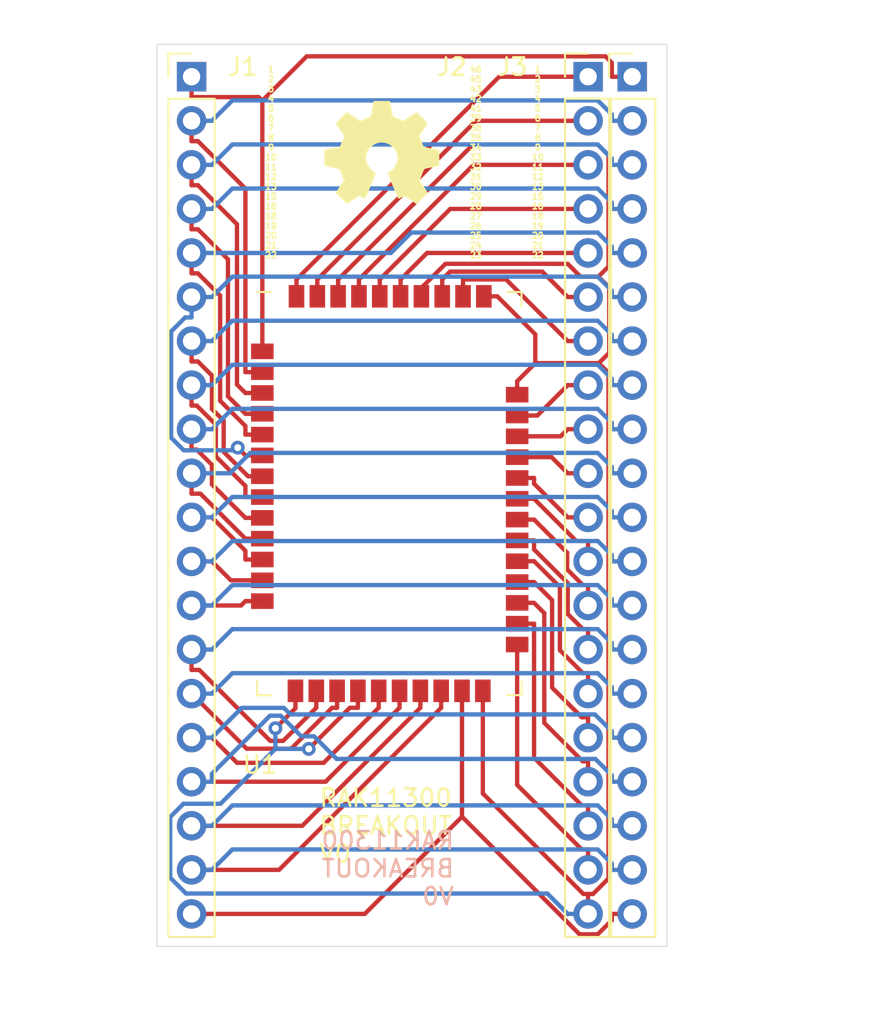
<source format=kicad_pcb>
(kicad_pcb (version 20171130) (host pcbnew 5.1.5+dfsg1-2build2)

  (general
    (thickness 1.6)
    (drawings 9)
    (tracks 360)
    (zones 0)
    (modules 5)
    (nets 41)
  )

  (page A4)
  (layers
    (0 F.Cu signal)
    (31 B.Cu signal)
    (32 B.Adhes user)
    (33 F.Adhes user)
    (34 B.Paste user)
    (35 F.Paste user)
    (36 B.SilkS user)
    (37 F.SilkS user)
    (38 B.Mask user)
    (39 F.Mask user)
    (40 Dwgs.User user)
    (41 Cmts.User user)
    (42 Eco1.User user)
    (43 Eco2.User user)
    (44 Edge.Cuts user)
    (45 Margin user)
    (46 B.CrtYd user)
    (47 F.CrtYd user)
    (48 B.Fab user)
    (49 F.Fab user)
  )

  (setup
    (last_trace_width 0.25)
    (trace_clearance 0.2)
    (zone_clearance 0.508)
    (zone_45_only no)
    (trace_min 0.2)
    (via_size 0.8)
    (via_drill 0.4)
    (via_min_size 0.4)
    (via_min_drill 0.3)
    (uvia_size 0.3)
    (uvia_drill 0.1)
    (uvias_allowed no)
    (uvia_min_size 0.2)
    (uvia_min_drill 0.1)
    (edge_width 0.05)
    (segment_width 0.2)
    (pcb_text_width 0.3)
    (pcb_text_size 1.5 1.5)
    (mod_edge_width 0.12)
    (mod_text_size 1 1)
    (mod_text_width 0.15)
    (pad_size 1.524 1.524)
    (pad_drill 0.762)
    (pad_to_mask_clearance 0.051)
    (solder_mask_min_width 0.25)
    (aux_axis_origin 0 0)
    (visible_elements FFFFFF7F)
    (pcbplotparams
      (layerselection 0x010f0_ffffffff)
      (usegerberextensions false)
      (usegerberattributes false)
      (usegerberadvancedattributes false)
      (creategerberjobfile false)
      (excludeedgelayer true)
      (linewidth 0.100000)
      (plotframeref false)
      (viasonmask false)
      (mode 1)
      (useauxorigin false)
      (hpglpennumber 1)
      (hpglpenspeed 20)
      (hpglpendiameter 15.000000)
      (psnegative false)
      (psa4output false)
      (plotreference true)
      (plotvalue true)
      (plotinvisibletext false)
      (padsonsilk false)
      (subtractmaskfromsilk false)
      (outputformat 1)
      (mirror false)
      (drillshape 0)
      (scaleselection 1)
      (outputdirectory "gerber/single/"))
  )

  (net 0 "")
  (net 1 /ICPIN02)
  (net 2 /ICPIN01)
  (net 3 /ICPIN22)
  (net 4 /ICPIN21)
  (net 5 /ICPIN20)
  (net 6 /ICPIN19)
  (net 7 /ICPIN18)
  (net 8 /ICPIN16)
  (net 9 /ICPIN15)
  (net 10 /ICPIN13)
  (net 11 /ICPIN12)
  (net 12 /ICPIN11)
  (net 13 /ICPIN10)
  (net 14 /ICPIN09)
  (net 15 /ICPIN08)
  (net 16 /ICPIN07)
  (net 17 /ICPIN06)
  (net 18 /ICPIN05)
  (net 19 /ICPIN04)
  (net 20 /ICPIN03)
  (net 21 /ICPIN23)
  (net 22 /ICPIN24)
  (net 23 /ICPIN25)
  (net 24 /ICPIN26)
  (net 25 /ICPIN27)
  (net 26 /ICPIN28)
  (net 27 /ICPIN29)
  (net 28 /ICPIN30)
  (net 29 /ICPIN31)
  (net 30 /ICPIN32)
  (net 31 /ICPIN33)
  (net 32 /ICPIN34)
  (net 33 /ICPIN35)
  (net 34 /ICPIN38)
  (net 35 /ICPIN39)
  (net 36 /ICPIN41)
  (net 37 /ICPIN42)
  (net 38 /ICPIN43)
  (net 39 /ICPIN45)
  (net 40 /ICPIN46)

  (net_class Default "This is the default net class."
    (clearance 0.2)
    (trace_width 0.25)
    (via_dia 0.8)
    (via_drill 0.4)
    (uvia_dia 0.3)
    (uvia_drill 0.1)
    (add_net /ICPIN01)
    (add_net /ICPIN02)
    (add_net /ICPIN03)
    (add_net /ICPIN04)
    (add_net /ICPIN05)
    (add_net /ICPIN06)
    (add_net /ICPIN07)
    (add_net /ICPIN08)
    (add_net /ICPIN09)
    (add_net /ICPIN10)
    (add_net /ICPIN11)
    (add_net /ICPIN12)
    (add_net /ICPIN13)
    (add_net /ICPIN15)
    (add_net /ICPIN16)
    (add_net /ICPIN18)
    (add_net /ICPIN19)
    (add_net /ICPIN20)
    (add_net /ICPIN21)
    (add_net /ICPIN22)
    (add_net /ICPIN23)
    (add_net /ICPIN24)
    (add_net /ICPIN25)
    (add_net /ICPIN26)
    (add_net /ICPIN27)
    (add_net /ICPIN28)
    (add_net /ICPIN29)
    (add_net /ICPIN30)
    (add_net /ICPIN31)
    (add_net /ICPIN32)
    (add_net /ICPIN33)
    (add_net /ICPIN34)
    (add_net /ICPIN35)
    (add_net /ICPIN38)
    (add_net /ICPIN39)
    (add_net /ICPIN41)
    (add_net /ICPIN42)
    (add_net /ICPIN43)
    (add_net /ICPIN45)
    (add_net /ICPIN46)
  )

  (module Connector_PinHeader_2.54mm:PinHeader_1x20_P2.54mm_Vertical (layer F.Cu) (tedit 59FED5CC) (tstamp 621FEAFF)
    (at 77.4 51.87)
    (descr "Through hole straight pin header, 1x20, 2.54mm pitch, single row")
    (tags "Through hole pin header THT 1x20 2.54mm single row")
    (path /622029B4)
    (fp_text reference J3 (at -6.90484 -0.57) (layer F.SilkS)
      (effects (font (size 1 1) (thickness 0.15)))
    )
    (fp_text value Conn_01x20_Male (at 0 50.59) (layer F.Fab)
      (effects (font (size 1 1) (thickness 0.15)))
    )
    (fp_text user %R (at 0 24.13 90) (layer F.Fab)
      (effects (font (size 1 1) (thickness 0.15)))
    )
    (fp_line (start 1.8 -1.8) (end -1.8 -1.8) (layer F.CrtYd) (width 0.05))
    (fp_line (start 1.8 50.05) (end 1.8 -1.8) (layer F.CrtYd) (width 0.05))
    (fp_line (start -1.8 50.05) (end 1.8 50.05) (layer F.CrtYd) (width 0.05))
    (fp_line (start -1.8 -1.8) (end -1.8 50.05) (layer F.CrtYd) (width 0.05))
    (fp_line (start -1.33 -1.33) (end 0 -1.33) (layer F.SilkS) (width 0.12))
    (fp_line (start -1.33 0) (end -1.33 -1.33) (layer F.SilkS) (width 0.12))
    (fp_line (start -1.33 1.27) (end 1.33 1.27) (layer F.SilkS) (width 0.12))
    (fp_line (start 1.33 1.27) (end 1.33 49.59) (layer F.SilkS) (width 0.12))
    (fp_line (start -1.33 1.27) (end -1.33 49.59) (layer F.SilkS) (width 0.12))
    (fp_line (start -1.33 49.59) (end 1.33 49.59) (layer F.SilkS) (width 0.12))
    (fp_line (start -1.27 -0.635) (end -0.635 -1.27) (layer F.Fab) (width 0.1))
    (fp_line (start -1.27 49.53) (end -1.27 -0.635) (layer F.Fab) (width 0.1))
    (fp_line (start 1.27 49.53) (end -1.27 49.53) (layer F.Fab) (width 0.1))
    (fp_line (start 1.27 -1.27) (end 1.27 49.53) (layer F.Fab) (width 0.1))
    (fp_line (start -0.635 -1.27) (end 1.27 -1.27) (layer F.Fab) (width 0.1))
    (pad 20 thru_hole oval (at 0 48.26) (size 1.7 1.7) (drill 1) (layers *.Cu *.Mask)
      (net 3 /ICPIN22))
    (pad 19 thru_hole oval (at 0 45.72) (size 1.7 1.7) (drill 1) (layers *.Cu *.Mask)
      (net 4 /ICPIN21))
    (pad 18 thru_hole oval (at 0 43.18) (size 1.7 1.7) (drill 1) (layers *.Cu *.Mask)
      (net 5 /ICPIN20))
    (pad 17 thru_hole oval (at 0 40.64) (size 1.7 1.7) (drill 1) (layers *.Cu *.Mask)
      (net 6 /ICPIN19))
    (pad 16 thru_hole oval (at 0 38.1) (size 1.7 1.7) (drill 1) (layers *.Cu *.Mask)
      (net 7 /ICPIN18))
    (pad 15 thru_hole oval (at 0 35.56) (size 1.7 1.7) (drill 1) (layers *.Cu *.Mask)
      (net 8 /ICPIN16))
    (pad 14 thru_hole oval (at 0 33.02) (size 1.7 1.7) (drill 1) (layers *.Cu *.Mask)
      (net 9 /ICPIN15))
    (pad 13 thru_hole oval (at 0 30.48) (size 1.7 1.7) (drill 1) (layers *.Cu *.Mask)
      (net 10 /ICPIN13))
    (pad 12 thru_hole oval (at 0 27.94) (size 1.7 1.7) (drill 1) (layers *.Cu *.Mask)
      (net 11 /ICPIN12))
    (pad 11 thru_hole oval (at 0 25.4) (size 1.7 1.7) (drill 1) (layers *.Cu *.Mask)
      (net 12 /ICPIN11))
    (pad 10 thru_hole oval (at 0 22.86) (size 1.7 1.7) (drill 1) (layers *.Cu *.Mask)
      (net 13 /ICPIN10))
    (pad 9 thru_hole oval (at 0 20.32) (size 1.7 1.7) (drill 1) (layers *.Cu *.Mask)
      (net 14 /ICPIN09))
    (pad 8 thru_hole oval (at 0 17.78) (size 1.7 1.7) (drill 1) (layers *.Cu *.Mask)
      (net 15 /ICPIN08))
    (pad 7 thru_hole oval (at 0 15.24) (size 1.7 1.7) (drill 1) (layers *.Cu *.Mask)
      (net 16 /ICPIN07))
    (pad 6 thru_hole oval (at 0 12.7) (size 1.7 1.7) (drill 1) (layers *.Cu *.Mask)
      (net 17 /ICPIN06))
    (pad 5 thru_hole oval (at 0 10.16) (size 1.7 1.7) (drill 1) (layers *.Cu *.Mask)
      (net 18 /ICPIN05))
    (pad 4 thru_hole oval (at 0 7.62) (size 1.7 1.7) (drill 1) (layers *.Cu *.Mask)
      (net 19 /ICPIN04))
    (pad 3 thru_hole oval (at 0 5.08) (size 1.7 1.7) (drill 1) (layers *.Cu *.Mask)
      (net 20 /ICPIN03))
    (pad 2 thru_hole oval (at 0 2.54) (size 1.7 1.7) (drill 1) (layers *.Cu *.Mask)
      (net 1 /ICPIN02))
    (pad 1 thru_hole rect (at 0 0) (size 1.7 1.7) (drill 1) (layers *.Cu *.Mask)
      (net 2 /ICPIN01))
    (model ${KISYS3DMOD}/Connector_PinHeader_2.54mm.3dshapes/PinHeader_1x20_P2.54mm_Vertical.wrl
      (at (xyz 0 0 0))
      (scale (xyz 1 1 1))
      (rotate (xyz 0 0 0))
    )
  )

  (module Symbol:OSHW-Symbol_6.7x6mm_SilkScreen (layer F.Cu) (tedit 0) (tstamp 61FB43E1)
    (at 62.95644 56.24576)
    (descr "Open Source Hardware Symbol")
    (tags "Logo Symbol OSHW")
    (attr virtual)
    (fp_text reference REF** (at 0 0) (layer F.SilkS) hide
      (effects (font (size 1 1) (thickness 0.15)))
    )
    (fp_text value OSHW-Symbol_6.7x6mm_SilkScreen (at 0.75 0) (layer F.Fab) hide
      (effects (font (size 1 1) (thickness 0.15)))
    )
    (fp_poly (pts (xy 0.555814 -2.531069) (xy 0.639635 -2.086445) (xy 0.94892 -1.958947) (xy 1.258206 -1.831449)
      (xy 1.629246 -2.083754) (xy 1.733157 -2.154004) (xy 1.827087 -2.216728) (xy 1.906652 -2.269062)
      (xy 1.96747 -2.308143) (xy 2.005157 -2.331107) (xy 2.015421 -2.336058) (xy 2.03391 -2.323324)
      (xy 2.07342 -2.288118) (xy 2.129522 -2.234938) (xy 2.197787 -2.168282) (xy 2.273786 -2.092646)
      (xy 2.353092 -2.012528) (xy 2.431275 -1.932426) (xy 2.503907 -1.856836) (xy 2.566559 -1.790255)
      (xy 2.614803 -1.737182) (xy 2.64421 -1.702113) (xy 2.651241 -1.690377) (xy 2.641123 -1.66874)
      (xy 2.612759 -1.621338) (xy 2.569129 -1.552807) (xy 2.513218 -1.467785) (xy 2.448006 -1.370907)
      (xy 2.410219 -1.31565) (xy 2.341343 -1.214752) (xy 2.28014 -1.123701) (xy 2.229578 -1.04703)
      (xy 2.192628 -0.989272) (xy 2.172258 -0.954957) (xy 2.169197 -0.947746) (xy 2.176136 -0.927252)
      (xy 2.195051 -0.879487) (xy 2.223087 -0.811168) (xy 2.257391 -0.729011) (xy 2.295109 -0.63973)
      (xy 2.333387 -0.550042) (xy 2.36937 -0.466662) (xy 2.400206 -0.396306) (xy 2.423039 -0.34569)
      (xy 2.435017 -0.321529) (xy 2.435724 -0.320578) (xy 2.454531 -0.315964) (xy 2.504618 -0.305672)
      (xy 2.580793 -0.290713) (xy 2.677865 -0.272099) (xy 2.790643 -0.250841) (xy 2.856442 -0.238582)
      (xy 2.97695 -0.215638) (xy 3.085797 -0.193805) (xy 3.177476 -0.174278) (xy 3.246481 -0.158252)
      (xy 3.287304 -0.146921) (xy 3.295511 -0.143326) (xy 3.303548 -0.118994) (xy 3.310033 -0.064041)
      (xy 3.31497 0.015108) (xy 3.318364 0.112026) (xy 3.320218 0.220287) (xy 3.320538 0.333465)
      (xy 3.319327 0.445135) (xy 3.31659 0.548868) (xy 3.312331 0.638241) (xy 3.306555 0.706826)
      (xy 3.299267 0.748197) (xy 3.294895 0.75681) (xy 3.268764 0.767133) (xy 3.213393 0.781892)
      (xy 3.136107 0.799352) (xy 3.04423 0.81778) (xy 3.012158 0.823741) (xy 2.857524 0.852066)
      (xy 2.735375 0.874876) (xy 2.641673 0.89308) (xy 2.572384 0.907583) (xy 2.523471 0.919292)
      (xy 2.490897 0.929115) (xy 2.470628 0.937956) (xy 2.458626 0.946724) (xy 2.456947 0.948457)
      (xy 2.440184 0.976371) (xy 2.414614 1.030695) (xy 2.382788 1.104777) (xy 2.34726 1.191965)
      (xy 2.310583 1.285608) (xy 2.275311 1.379052) (xy 2.243996 1.465647) (xy 2.219193 1.53874)
      (xy 2.203454 1.591678) (xy 2.199332 1.617811) (xy 2.199676 1.618726) (xy 2.213641 1.640086)
      (xy 2.245322 1.687084) (xy 2.291391 1.754827) (xy 2.348518 1.838423) (xy 2.413373 1.932982)
      (xy 2.431843 1.959854) (xy 2.497699 2.057275) (xy 2.55565 2.146163) (xy 2.602538 2.221412)
      (xy 2.635207 2.27792) (xy 2.6505 2.310581) (xy 2.651241 2.314593) (xy 2.638392 2.335684)
      (xy 2.602888 2.377464) (xy 2.549293 2.435445) (xy 2.482171 2.505135) (xy 2.406087 2.582045)
      (xy 2.325604 2.661683) (xy 2.245287 2.739561) (xy 2.169699 2.811186) (xy 2.103405 2.87207)
      (xy 2.050969 2.917721) (xy 2.016955 2.94365) (xy 2.007545 2.947883) (xy 1.985643 2.937912)
      (xy 1.9408 2.91102) (xy 1.880321 2.871736) (xy 1.833789 2.840117) (xy 1.749475 2.782098)
      (xy 1.649626 2.713784) (xy 1.549473 2.645579) (xy 1.495627 2.609075) (xy 1.313371 2.4858)
      (xy 1.160381 2.56852) (xy 1.090682 2.604759) (xy 1.031414 2.632926) (xy 0.991311 2.648991)
      (xy 0.981103 2.651226) (xy 0.968829 2.634722) (xy 0.944613 2.588082) (xy 0.910263 2.515609)
      (xy 0.867588 2.421606) (xy 0.818394 2.310374) (xy 0.76449 2.186215) (xy 0.707684 2.053432)
      (xy 0.649782 1.916327) (xy 0.592593 1.779202) (xy 0.537924 1.646358) (xy 0.487584 1.522098)
      (xy 0.44338 1.410725) (xy 0.407119 1.316539) (xy 0.380609 1.243844) (xy 0.365658 1.196941)
      (xy 0.363254 1.180833) (xy 0.382311 1.160286) (xy 0.424036 1.126933) (xy 0.479706 1.087702)
      (xy 0.484378 1.084599) (xy 0.628264 0.969423) (xy 0.744283 0.835053) (xy 0.83143 0.685784)
      (xy 0.888699 0.525913) (xy 0.915086 0.359737) (xy 0.909585 0.191552) (xy 0.87119 0.025655)
      (xy 0.798895 -0.133658) (xy 0.777626 -0.168513) (xy 0.666996 -0.309263) (xy 0.536302 -0.422286)
      (xy 0.390064 -0.506997) (xy 0.232808 -0.562806) (xy 0.069057 -0.589126) (xy -0.096667 -0.58537)
      (xy -0.259838 -0.55095) (xy -0.415935 -0.485277) (xy -0.560433 -0.387765) (xy -0.605131 -0.348187)
      (xy -0.718888 -0.224297) (xy -0.801782 -0.093876) (xy -0.858644 0.052315) (xy -0.890313 0.197088)
      (xy -0.898131 0.35986) (xy -0.872062 0.52344) (xy -0.814755 0.682298) (xy -0.728856 0.830906)
      (xy -0.617014 0.963735) (xy -0.481877 1.075256) (xy -0.464117 1.087011) (xy -0.40785 1.125508)
      (xy -0.365077 1.158863) (xy -0.344628 1.18016) (xy -0.344331 1.180833) (xy -0.348721 1.203871)
      (xy -0.366124 1.256157) (xy -0.394732 1.33339) (xy -0.432735 1.431268) (xy -0.478326 1.545491)
      (xy -0.529697 1.671758) (xy -0.585038 1.805767) (xy -0.642542 1.943218) (xy -0.700399 2.079808)
      (xy -0.756802 2.211237) (xy -0.809942 2.333205) (xy -0.85801 2.441409) (xy -0.899199 2.531549)
      (xy -0.931699 2.599323) (xy -0.953703 2.64043) (xy -0.962564 2.651226) (xy -0.98964 2.642819)
      (xy -1.040303 2.620272) (xy -1.105817 2.587613) (xy -1.141841 2.56852) (xy -1.294832 2.4858)
      (xy -1.477088 2.609075) (xy -1.570125 2.672228) (xy -1.671985 2.741727) (xy -1.767438 2.807165)
      (xy -1.81525 2.840117) (xy -1.882495 2.885273) (xy -1.939436 2.921057) (xy -1.978646 2.942938)
      (xy -1.991381 2.947563) (xy -2.009917 2.935085) (xy -2.050941 2.900252) (xy -2.110475 2.846678)
      (xy -2.184542 2.777983) (xy -2.269165 2.697781) (xy -2.322685 2.646286) (xy -2.416319 2.554286)
      (xy -2.497241 2.471999) (xy -2.562177 2.402945) (xy -2.607858 2.350644) (xy -2.631011 2.318616)
      (xy -2.633232 2.312116) (xy -2.622924 2.287394) (xy -2.594439 2.237405) (xy -2.550937 2.167212)
      (xy -2.495577 2.081875) (xy -2.43152 1.986456) (xy -2.413303 1.959854) (xy -2.346927 1.863167)
      (xy -2.287378 1.776117) (xy -2.237984 1.703595) (xy -2.202075 1.650493) (xy -2.182981 1.621703)
      (xy -2.181136 1.618726) (xy -2.183895 1.595782) (xy -2.198538 1.545336) (xy -2.222513 1.474041)
      (xy -2.253266 1.388547) (xy -2.288244 1.295507) (xy -2.324893 1.201574) (xy -2.360661 1.113399)
      (xy -2.392994 1.037634) (xy -2.419338 0.980931) (xy -2.437142 0.949943) (xy -2.438407 0.948457)
      (xy -2.449294 0.939601) (xy -2.467682 0.930843) (xy -2.497606 0.921277) (xy -2.543103 0.909996)
      (xy -2.608209 0.896093) (xy -2.696961 0.878663) (xy -2.813393 0.856798) (xy -2.961542 0.829591)
      (xy -2.993618 0.823741) (xy -3.088686 0.805374) (xy -3.171565 0.787405) (xy -3.23493 0.771569)
      (xy -3.271458 0.7596) (xy -3.276356 0.75681) (xy -3.284427 0.732072) (xy -3.290987 0.67679)
      (xy -3.296033 0.597389) (xy -3.299559 0.500296) (xy -3.301561 0.391938) (xy -3.302036 0.27874)
      (xy -3.300977 0.167128) (xy -3.298382 0.063529) (xy -3.294246 -0.025632) (xy -3.288563 -0.093928)
      (xy -3.281331 -0.134934) (xy -3.276971 -0.143326) (xy -3.252698 -0.151792) (xy -3.197426 -0.165565)
      (xy -3.116662 -0.18345) (xy -3.015912 -0.204252) (xy -2.900683 -0.226777) (xy -2.837902 -0.238582)
      (xy -2.718787 -0.260849) (xy -2.612565 -0.281021) (xy -2.524427 -0.298085) (xy -2.459566 -0.311031)
      (xy -2.423174 -0.318845) (xy -2.417184 -0.320578) (xy -2.407061 -0.34011) (xy -2.385662 -0.387157)
      (xy -2.355839 -0.454997) (xy -2.320445 -0.536909) (xy -2.282332 -0.626172) (xy -2.244353 -0.716065)
      (xy -2.20936 -0.799865) (xy -2.180206 -0.870853) (xy -2.159743 -0.922306) (xy -2.150823 -0.947503)
      (xy -2.150657 -0.948604) (xy -2.160769 -0.968481) (xy -2.189117 -1.014223) (xy -2.232723 -1.081283)
      (xy -2.288606 -1.165116) (xy -2.353787 -1.261174) (xy -2.391679 -1.31635) (xy -2.460725 -1.417519)
      (xy -2.52205 -1.50937) (xy -2.572663 -1.587256) (xy -2.609571 -1.646531) (xy -2.629782 -1.682549)
      (xy -2.632701 -1.690623) (xy -2.620153 -1.709416) (xy -2.585463 -1.749543) (xy -2.533063 -1.806507)
      (xy -2.467384 -1.875815) (xy -2.392856 -1.952969) (xy -2.313913 -2.033475) (xy -2.234983 -2.112837)
      (xy -2.1605 -2.18656) (xy -2.094894 -2.250148) (xy -2.042596 -2.299106) (xy -2.008039 -2.328939)
      (xy -1.996478 -2.336058) (xy -1.977654 -2.326047) (xy -1.932631 -2.297922) (xy -1.865787 -2.254546)
      (xy -1.781499 -2.198782) (xy -1.684144 -2.133494) (xy -1.610707 -2.083754) (xy -1.239667 -1.831449)
      (xy -0.621095 -2.086445) (xy -0.537275 -2.531069) (xy -0.453454 -2.975693) (xy 0.471994 -2.975693)
      (xy 0.555814 -2.531069)) (layer F.SilkS) (width 0.01))
  )

  (module RAKWIRELESS:RAK11300 (layer F.Cu) (tedit 61B3D543) (tstamp 61FB1880)
    (at 63.4 75.9)
    (descr "RAK11300 LPWAN Module https://site-file.fomillesite.com/1260815565112336386/1427562149389201410.pdf")
    (tags "LoRa LoRaWAN RAK11300")
    (path /61FAC138)
    (attr smd)
    (fp_text reference U1 (at -7.44888 15.63144) (layer F.SilkS)
      (effects (font (size 1 1) (thickness 0.15)))
    )
    (fp_text value RAK11300 (at 0 10.16) (layer F.Fab)
      (effects (font (size 1 1) (thickness 0.15)))
    )
    (fp_line (start -8.27 12.27) (end 8.27 12.27) (layer F.CrtYd) (width 0.05))
    (fp_line (start 8.27 -12.27) (end -8.27 -12.27) (layer F.CrtYd) (width 0.05))
    (fp_line (start -8.27 -12.27) (end -8.27 12.27) (layer F.CrtYd) (width 0.05))
    (fp_line (start 8.27 -12.27) (end 8.27 12.27) (layer F.CrtYd) (width 0.05))
    (fp_line (start -7.62 -11.62) (end -6.8 -11.62) (layer F.SilkS) (width 0.12))
    (fp_line (start 7.62 -10.8) (end 7.62 -11.62) (layer F.SilkS) (width 0.12))
    (fp_line (start 7.62 -11.62) (end 6.8 -11.62) (layer F.SilkS) (width 0.12))
    (fp_line (start -7.62 10.8) (end -7.62 11.62) (layer F.SilkS) (width 0.12))
    (fp_line (start -6.8 11.62) (end -7.62 11.62) (layer F.SilkS) (width 0.12))
    (fp_line (start 7.62 10.8) (end 7.62 11.62) (layer F.SilkS) (width 0.12))
    (fp_line (start 6.8 11.62) (end 7.62 11.62) (layer F.SilkS) (width 0.12))
    (fp_line (start -6.8 -11.5) (end 7.5 -11.5) (layer F.Fab) (width 0.1))
    (fp_line (start -7.5 11.5) (end 7.5 11.5) (layer F.Fab) (width 0.1))
    (fp_line (start 7.5 -11.5) (end 7.5 11.5) (layer F.Fab) (width 0.1))
    (fp_line (start -7.5 -10.8) (end -7.5 11.5) (layer F.Fab) (width 0.1))
    (fp_line (start -7.5 -10.8) (end -6.8 -11.5) (layer F.Fab) (width 0.1))
    (fp_text user %R (at 0 0) (layer F.Fab)
      (effects (font (size 1 1) (thickness 0.15)))
    )
    (pad 37 smd rect (at 5.45 -11.37 270) (size 1.3 0.9) (layers F.Cu F.Paste F.Mask)
      (net 21 /ICPIN23))
    (pad 38 smd rect (at 4.25 -11.37 270) (size 1.3 0.9) (layers F.Cu F.Paste F.Mask)
      (net 34 /ICPIN38))
    (pad 39 smd rect (at 3.05 -11.37 270) (size 1.3 0.9) (layers F.Cu F.Paste F.Mask)
      (net 35 /ICPIN39))
    (pad 40 smd rect (at 1.85 -11.37 270) (size 1.3 0.9) (layers F.Cu F.Paste F.Mask)
      (net 21 /ICPIN23))
    (pad 41 smd rect (at 0.65 -11.37 270) (size 1.3 0.9) (layers F.Cu F.Paste F.Mask)
      (net 36 /ICPIN41))
    (pad 42 smd rect (at -0.55 -11.37 270) (size 1.3 0.9) (layers F.Cu F.Paste F.Mask)
      (net 37 /ICPIN42))
    (pad 43 smd rect (at -1.75 -11.37 270) (size 1.3 0.9) (layers F.Cu F.Paste F.Mask)
      (net 38 /ICPIN43))
    (pad 44 smd rect (at -2.95 -11.37 270) (size 1.3 0.9) (layers F.Cu F.Paste F.Mask)
      (net 21 /ICPIN23))
    (pad 45 smd rect (at -4.15 -11.37 270) (size 1.3 0.9) (layers F.Cu F.Paste F.Mask)
      (net 39 /ICPIN45))
    (pad 46 smd rect (at -5.35 -11.37 270) (size 1.3 0.9) (layers F.Cu F.Paste F.Mask)
      (net 40 /ICPIN46))
    (pad 36 smd rect (at 7.37 -5.7) (size 1.3 0.9) (layers F.Cu F.Paste F.Mask)
      (net 21 /ICPIN23))
    (pad 35 smd rect (at 7.37 -4.5) (size 1.3 0.9) (layers F.Cu F.Paste F.Mask)
      (net 33 /ICPIN35))
    (pad 34 smd rect (at 7.37 -3.3) (size 1.3 0.9) (layers F.Cu F.Paste F.Mask)
      (net 32 /ICPIN34))
    (pad 33 smd rect (at 7.37 -2.1) (size 1.3 0.9) (layers F.Cu F.Paste F.Mask)
      (net 31 /ICPIN33))
    (pad 32 smd rect (at 7.37 -0.9) (size 1.3 0.9) (layers F.Cu F.Paste F.Mask)
      (net 30 /ICPIN32))
    (pad 31 smd rect (at 7.37 0.3) (size 1.3 0.9) (layers F.Cu F.Paste F.Mask)
      (net 29 /ICPIN31))
    (pad 30 smd rect (at 7.37 1.5) (size 1.3 0.9) (layers F.Cu F.Paste F.Mask)
      (net 28 /ICPIN30))
    (pad 29 smd rect (at 7.37 2.7) (size 1.3 0.9) (layers F.Cu F.Paste F.Mask)
      (net 27 /ICPIN29))
    (pad 28 smd rect (at 7.37 3.9) (size 1.3 0.9) (layers F.Cu F.Paste F.Mask)
      (net 26 /ICPIN28))
    (pad 27 smd rect (at 7.37 5.1) (size 1.3 0.9) (layers F.Cu F.Paste F.Mask)
      (net 25 /ICPIN27))
    (pad 26 smd rect (at 7.37 6.3) (size 1.3 0.9) (layers F.Cu F.Paste F.Mask)
      (net 24 /ICPIN26))
    (pad 25 smd rect (at 7.37 7.5) (size 1.3 0.9) (layers F.Cu F.Paste F.Mask)
      (net 23 /ICPIN25))
    (pad 24 smd rect (at 7.37 8.7) (size 1.3 0.9) (layers F.Cu F.Paste F.Mask)
      (net 22 /ICPIN24))
    (pad 23 smd rect (at 5.39 11.37 90) (size 1.3 0.9) (layers F.Cu F.Paste F.Mask)
      (net 21 /ICPIN23))
    (pad 22 smd rect (at 4.19 11.37 90) (size 1.3 0.9) (layers F.Cu F.Paste F.Mask)
      (net 3 /ICPIN22))
    (pad 21 smd rect (at 2.99 11.37 90) (size 1.3 0.9) (layers F.Cu F.Paste F.Mask)
      (net 4 /ICPIN21))
    (pad 20 smd rect (at 1.79 11.37 90) (size 1.3 0.9) (layers F.Cu F.Paste F.Mask)
      (net 5 /ICPIN20))
    (pad 19 smd rect (at 0.59 11.37 90) (size 1.3 0.9) (layers F.Cu F.Paste F.Mask)
      (net 6 /ICPIN19))
    (pad 8 smd rect (at -7.32 0.2) (size 1.3 0.9) (layers F.Cu F.Paste F.Mask)
      (net 15 /ICPIN08))
    (pad 9 smd rect (at -7.32 1.4) (size 1.3 0.9) (layers F.Cu F.Paste F.Mask)
      (net 14 /ICPIN09))
    (pad 10 smd rect (at -7.32 2.6) (size 1.3 0.9) (layers F.Cu F.Paste F.Mask)
      (net 13 /ICPIN10))
    (pad 11 smd rect (at -7.32 3.8) (size 1.3 0.9) (layers F.Cu F.Paste F.Mask)
      (net 12 /ICPIN11))
    (pad 17 smd rect (at -1.81 11.37 90) (size 1.3 0.9) (layers F.Cu F.Paste F.Mask)
      (net 21 /ICPIN23))
    (pad 7 smd rect (at -7.32 -1) (size 1.3 0.9) (layers F.Cu F.Paste F.Mask)
      (net 16 /ICPIN07))
    (pad 6 smd rect (at -7.32 -2.2) (size 1.3 0.9) (layers F.Cu F.Paste F.Mask)
      (net 17 /ICPIN06))
    (pad 5 smd rect (at -7.32 -3.4) (size 1.3 0.9) (layers F.Cu F.Paste F.Mask)
      (net 18 /ICPIN05))
    (pad 4 smd rect (at -7.32 -4.6) (size 1.3 0.9) (layers F.Cu F.Paste F.Mask)
      (net 19 /ICPIN04))
    (pad 3 smd rect (at -7.32 -5.8) (size 1.3 0.9) (layers F.Cu F.Paste F.Mask)
      (net 20 /ICPIN03))
    (pad 2 smd rect (at -7.32 -7) (size 1.3 0.9) (layers F.Cu F.Paste F.Mask)
      (net 1 /ICPIN02))
    (pad 1 smd rect (at -7.32 -8.2) (size 1.3 0.9) (layers F.Cu F.Paste F.Mask)
      (net 2 /ICPIN01))
    (pad 18 smd rect (at -0.61 11.37 90) (size 1.3 0.9) (layers F.Cu F.Paste F.Mask)
      (net 7 /ICPIN18))
    (pad 16 smd rect (at -3.01 11.37 90) (size 1.3 0.9) (layers F.Cu F.Paste F.Mask)
      (net 8 /ICPIN16))
    (pad 15 smd rect (at -4.21 11.37 90) (size 1.3 0.9) (layers F.Cu F.Paste F.Mask)
      (net 9 /ICPIN15))
    (pad 14 smd rect (at -5.41 11.37 270) (size 1.3 0.9) (layers F.Cu F.Paste F.Mask)
      (net 21 /ICPIN23))
    (pad 13 smd rect (at -7.32 6.2) (size 1.3 0.9) (layers F.Cu F.Paste F.Mask)
      (net 10 /ICPIN13))
    (pad 12 smd rect (at -7.32 5) (size 1.3 0.9) (layers F.Cu F.Paste F.Mask)
      (net 11 /ICPIN12))
    (model ${KISYS3DMOD}/RF_Module.3dshapes/RAK11300.wrl
      (at (xyz 0 0 0))
      (scale (xyz 1 1 1))
      (rotate (xyz 0 0 0))
    )
  )

  (module Connector_PinHeader_2.54mm:PinHeader_1x20_P2.54mm_Vertical (layer F.Cu) (tedit 59FED5CC) (tstamp 61FB183D)
    (at 74.86 51.87)
    (descr "Through hole straight pin header, 1x20, 2.54mm pitch, single row")
    (tags "Through hole pin header THT 1x20 2.54mm single row")
    (path /61FBF93B)
    (fp_text reference J2 (at -7.85988 -0.57) (layer F.SilkS)
      (effects (font (size 1 1) (thickness 0.15)))
    )
    (fp_text value Conn_01x20_Male (at 0 50.59) (layer F.Fab)
      (effects (font (size 1 1) (thickness 0.15)))
    )
    (fp_text user %R (at 0 24.13 90) (layer F.Fab)
      (effects (font (size 1 1) (thickness 0.15)))
    )
    (fp_line (start 1.8 -1.8) (end -1.8 -1.8) (layer F.CrtYd) (width 0.05))
    (fp_line (start 1.8 50.05) (end 1.8 -1.8) (layer F.CrtYd) (width 0.05))
    (fp_line (start -1.8 50.05) (end 1.8 50.05) (layer F.CrtYd) (width 0.05))
    (fp_line (start -1.8 -1.8) (end -1.8 50.05) (layer F.CrtYd) (width 0.05))
    (fp_line (start -1.33 -1.33) (end 0 -1.33) (layer F.SilkS) (width 0.12))
    (fp_line (start -1.33 0) (end -1.33 -1.33) (layer F.SilkS) (width 0.12))
    (fp_line (start -1.33 1.27) (end 1.33 1.27) (layer F.SilkS) (width 0.12))
    (fp_line (start 1.33 1.27) (end 1.33 49.59) (layer F.SilkS) (width 0.12))
    (fp_line (start -1.33 1.27) (end -1.33 49.59) (layer F.SilkS) (width 0.12))
    (fp_line (start -1.33 49.59) (end 1.33 49.59) (layer F.SilkS) (width 0.12))
    (fp_line (start -1.27 -0.635) (end -0.635 -1.27) (layer F.Fab) (width 0.1))
    (fp_line (start -1.27 49.53) (end -1.27 -0.635) (layer F.Fab) (width 0.1))
    (fp_line (start 1.27 49.53) (end -1.27 49.53) (layer F.Fab) (width 0.1))
    (fp_line (start 1.27 -1.27) (end 1.27 49.53) (layer F.Fab) (width 0.1))
    (fp_line (start -0.635 -1.27) (end 1.27 -1.27) (layer F.Fab) (width 0.1))
    (pad 20 thru_hole oval (at 0 48.26) (size 1.7 1.7) (drill 1) (layers *.Cu *.Mask)
      (net 21 /ICPIN23))
    (pad 19 thru_hole oval (at 0 45.72) (size 1.7 1.7) (drill 1) (layers *.Cu *.Mask)
      (net 22 /ICPIN24))
    (pad 18 thru_hole oval (at 0 43.18) (size 1.7 1.7) (drill 1) (layers *.Cu *.Mask)
      (net 23 /ICPIN25))
    (pad 17 thru_hole oval (at 0 40.64) (size 1.7 1.7) (drill 1) (layers *.Cu *.Mask)
      (net 24 /ICPIN26))
    (pad 16 thru_hole oval (at 0 38.1) (size 1.7 1.7) (drill 1) (layers *.Cu *.Mask)
      (net 25 /ICPIN27))
    (pad 15 thru_hole oval (at 0 35.56) (size 1.7 1.7) (drill 1) (layers *.Cu *.Mask)
      (net 26 /ICPIN28))
    (pad 14 thru_hole oval (at 0 33.02) (size 1.7 1.7) (drill 1) (layers *.Cu *.Mask)
      (net 27 /ICPIN29))
    (pad 13 thru_hole oval (at 0 30.48) (size 1.7 1.7) (drill 1) (layers *.Cu *.Mask)
      (net 28 /ICPIN30))
    (pad 12 thru_hole oval (at 0 27.94) (size 1.7 1.7) (drill 1) (layers *.Cu *.Mask)
      (net 29 /ICPIN31))
    (pad 11 thru_hole oval (at 0 25.4) (size 1.7 1.7) (drill 1) (layers *.Cu *.Mask)
      (net 30 /ICPIN32))
    (pad 10 thru_hole oval (at 0 22.86) (size 1.7 1.7) (drill 1) (layers *.Cu *.Mask)
      (net 31 /ICPIN33))
    (pad 9 thru_hole oval (at 0 20.32) (size 1.7 1.7) (drill 1) (layers *.Cu *.Mask)
      (net 32 /ICPIN34))
    (pad 8 thru_hole oval (at 0 17.78) (size 1.7 1.7) (drill 1) (layers *.Cu *.Mask)
      (net 33 /ICPIN35))
    (pad 7 thru_hole oval (at 0 15.24) (size 1.7 1.7) (drill 1) (layers *.Cu *.Mask)
      (net 34 /ICPIN38))
    (pad 6 thru_hole oval (at 0 12.7) (size 1.7 1.7) (drill 1) (layers *.Cu *.Mask)
      (net 35 /ICPIN39))
    (pad 5 thru_hole oval (at 0 10.16) (size 1.7 1.7) (drill 1) (layers *.Cu *.Mask)
      (net 36 /ICPIN41))
    (pad 4 thru_hole oval (at 0 7.62) (size 1.7 1.7) (drill 1) (layers *.Cu *.Mask)
      (net 37 /ICPIN42))
    (pad 3 thru_hole oval (at 0 5.08) (size 1.7 1.7) (drill 1) (layers *.Cu *.Mask)
      (net 38 /ICPIN43))
    (pad 2 thru_hole oval (at 0 2.54) (size 1.7 1.7) (drill 1) (layers *.Cu *.Mask)
      (net 39 /ICPIN45))
    (pad 1 thru_hole rect (at 0 0) (size 1.7 1.7) (drill 1) (layers *.Cu *.Mask)
      (net 40 /ICPIN46))
    (model ${KISYS3DMOD}/Connector_PinHeader_2.54mm.3dshapes/PinHeader_1x20_P2.54mm_Vertical.wrl
      (at (xyz 0 0 0))
      (scale (xyz 1 1 1))
      (rotate (xyz 0 0 0))
    )
  )

  (module Connector_PinHeader_2.54mm:PinHeader_1x20_P2.54mm_Vertical (layer F.Cu) (tedit 59FED5CC) (tstamp 61FB1815)
    (at 52 51.87)
    (descr "Through hole straight pin header, 1x20, 2.54mm pitch, single row")
    (tags "Through hole pin header THT 1x20 2.54mm single row")
    (path /61FBD4B2)
    (fp_text reference J1 (at 2.96052 -0.57) (layer F.SilkS)
      (effects (font (size 1 1) (thickness 0.15)))
    )
    (fp_text value Conn_01x20_Male (at 0 50.59) (layer F.Fab)
      (effects (font (size 1 1) (thickness 0.15)))
    )
    (fp_text user %R (at 0 24.13 90) (layer F.Fab)
      (effects (font (size 1 1) (thickness 0.15)))
    )
    (fp_line (start 1.8 -1.8) (end -1.8 -1.8) (layer F.CrtYd) (width 0.05))
    (fp_line (start 1.8 50.05) (end 1.8 -1.8) (layer F.CrtYd) (width 0.05))
    (fp_line (start -1.8 50.05) (end 1.8 50.05) (layer F.CrtYd) (width 0.05))
    (fp_line (start -1.8 -1.8) (end -1.8 50.05) (layer F.CrtYd) (width 0.05))
    (fp_line (start -1.33 -1.33) (end 0 -1.33) (layer F.SilkS) (width 0.12))
    (fp_line (start -1.33 0) (end -1.33 -1.33) (layer F.SilkS) (width 0.12))
    (fp_line (start -1.33 1.27) (end 1.33 1.27) (layer F.SilkS) (width 0.12))
    (fp_line (start 1.33 1.27) (end 1.33 49.59) (layer F.SilkS) (width 0.12))
    (fp_line (start -1.33 1.27) (end -1.33 49.59) (layer F.SilkS) (width 0.12))
    (fp_line (start -1.33 49.59) (end 1.33 49.59) (layer F.SilkS) (width 0.12))
    (fp_line (start -1.27 -0.635) (end -0.635 -1.27) (layer F.Fab) (width 0.1))
    (fp_line (start -1.27 49.53) (end -1.27 -0.635) (layer F.Fab) (width 0.1))
    (fp_line (start 1.27 49.53) (end -1.27 49.53) (layer F.Fab) (width 0.1))
    (fp_line (start 1.27 -1.27) (end 1.27 49.53) (layer F.Fab) (width 0.1))
    (fp_line (start -0.635 -1.27) (end 1.27 -1.27) (layer F.Fab) (width 0.1))
    (pad 20 thru_hole oval (at 0 48.26) (size 1.7 1.7) (drill 1) (layers *.Cu *.Mask)
      (net 3 /ICPIN22))
    (pad 19 thru_hole oval (at 0 45.72) (size 1.7 1.7) (drill 1) (layers *.Cu *.Mask)
      (net 4 /ICPIN21))
    (pad 18 thru_hole oval (at 0 43.18) (size 1.7 1.7) (drill 1) (layers *.Cu *.Mask)
      (net 5 /ICPIN20))
    (pad 17 thru_hole oval (at 0 40.64) (size 1.7 1.7) (drill 1) (layers *.Cu *.Mask)
      (net 6 /ICPIN19))
    (pad 16 thru_hole oval (at 0 38.1) (size 1.7 1.7) (drill 1) (layers *.Cu *.Mask)
      (net 7 /ICPIN18))
    (pad 15 thru_hole oval (at 0 35.56) (size 1.7 1.7) (drill 1) (layers *.Cu *.Mask)
      (net 8 /ICPIN16))
    (pad 14 thru_hole oval (at 0 33.02) (size 1.7 1.7) (drill 1) (layers *.Cu *.Mask)
      (net 9 /ICPIN15))
    (pad 13 thru_hole oval (at 0 30.48) (size 1.7 1.7) (drill 1) (layers *.Cu *.Mask)
      (net 10 /ICPIN13))
    (pad 12 thru_hole oval (at 0 27.94) (size 1.7 1.7) (drill 1) (layers *.Cu *.Mask)
      (net 11 /ICPIN12))
    (pad 11 thru_hole oval (at 0 25.4) (size 1.7 1.7) (drill 1) (layers *.Cu *.Mask)
      (net 12 /ICPIN11))
    (pad 10 thru_hole oval (at 0 22.86) (size 1.7 1.7) (drill 1) (layers *.Cu *.Mask)
      (net 13 /ICPIN10))
    (pad 9 thru_hole oval (at 0 20.32) (size 1.7 1.7) (drill 1) (layers *.Cu *.Mask)
      (net 14 /ICPIN09))
    (pad 8 thru_hole oval (at 0 17.78) (size 1.7 1.7) (drill 1) (layers *.Cu *.Mask)
      (net 15 /ICPIN08))
    (pad 7 thru_hole oval (at 0 15.24) (size 1.7 1.7) (drill 1) (layers *.Cu *.Mask)
      (net 16 /ICPIN07))
    (pad 6 thru_hole oval (at 0 12.7) (size 1.7 1.7) (drill 1) (layers *.Cu *.Mask)
      (net 17 /ICPIN06))
    (pad 5 thru_hole oval (at 0 10.16) (size 1.7 1.7) (drill 1) (layers *.Cu *.Mask)
      (net 18 /ICPIN05))
    (pad 4 thru_hole oval (at 0 7.62) (size 1.7 1.7) (drill 1) (layers *.Cu *.Mask)
      (net 19 /ICPIN04))
    (pad 3 thru_hole oval (at 0 5.08) (size 1.7 1.7) (drill 1) (layers *.Cu *.Mask)
      (net 20 /ICPIN03))
    (pad 2 thru_hole oval (at 0 2.54) (size 1.7 1.7) (drill 1) (layers *.Cu *.Mask)
      (net 1 /ICPIN02))
    (pad 1 thru_hole rect (at 0 0) (size 1.7 1.7) (drill 1) (layers *.Cu *.Mask)
      (net 2 /ICPIN01))
    (model ${KISYS3DMOD}/Connector_PinHeader_2.54mm.3dshapes/PinHeader_1x20_P2.54mm_Vertical.wrl
      (at (xyz 0 0 0))
      (scale (xyz 1 1 1))
      (rotate (xyz 0 0 0))
    )
  )

  (gr_text "46\n45\n43\n42\n41\n39\n38\n35\n34\n33\n32\n31\n30\n29\n28\n27\n26\n25\n24\n23" (at 68.38696 56.8) (layer F.SilkS) (tstamp 62200706)
    (effects (font (size 0.35 0.35) (thickness 0.0875)))
  )
  (gr_text "1\n2\n3\n4\n5\n6\n7\n8\n9\n10\n11\n12\n13\n15\n16\n18\n19\n20\n21\n22" (at 71.9582 56.8) (layer F.SilkS) (tstamp 622006B1)
    (effects (font (size 0.35 0.35) (thickness 0.0875)))
  )
  (gr_text "1\n2\n3\n4\n5\n6\n7\n8\n9\n10\n11\n12\n13\n15\n16\n18\n19\n20\n21\n22" (at 56.58104 56.8) (layer F.SilkS)
    (effects (font (size 0.35 0.35) (thickness 0.0875)))
  )
  (gr_text "RAK11300 \nBREAKOUT \nV0" (at 67.21856 97.5106) (layer B.SilkS) (tstamp 61FB46FC)
    (effects (font (size 1 1) (thickness 0.15)) (justify left mirror))
  )
  (gr_text "RAK11300 \nBREAKOUT \nV0" (at 59.2836 95.0468) (layer F.SilkS)
    (effects (font (size 1 1) (thickness 0.15)) (justify left))
  )
  (gr_line (start 50 102) (end 79.4 102) (layer Edge.Cuts) (width 0.05))
  (gr_line (start 50 50) (end 79.4 50) (layer Edge.Cuts) (width 0.05))
  (gr_line (start 79.4 50) (end 79.4 102) (layer Edge.Cuts) (width 0.05))
  (gr_line (start 50 50) (end 50 102) (layer Edge.Cuts) (width 0.05))

  (segment (start 55.1047 68.9) (end 55.1047 58.3227) (width 0.25) (layer F.Cu) (net 1))
  (segment (start 55.1047 58.3227) (end 52.3673 55.5853) (width 0.25) (layer F.Cu) (net 1))
  (segment (start 52.3673 55.5853) (end 52 55.5853) (width 0.25) (layer F.Cu) (net 1))
  (segment (start 77.4 54.41) (end 76.2247 54.41) (width 0.25) (layer B.Cu) (net 1))
  (segment (start 52 54.41) (end 53.1753 54.41) (width 0.25) (layer B.Cu) (net 1))
  (segment (start 53.1753 54.41) (end 54.3506 53.2347) (width 0.25) (layer B.Cu) (net 1))
  (segment (start 54.3506 53.2347) (end 75.4168 53.2347) (width 0.25) (layer B.Cu) (net 1))
  (segment (start 75.4168 53.2347) (end 76.2247 54.0426) (width 0.25) (layer B.Cu) (net 1))
  (segment (start 76.2247 54.0426) (end 76.2247 54.41) (width 0.25) (layer B.Cu) (net 1))
  (segment (start 52 54.41) (end 52 55.5853) (width 0.25) (layer F.Cu) (net 1))
  (segment (start 56.08 68.9) (end 55.1047 68.9) (width 0.25) (layer F.Cu) (net 1))
  (segment (start 56.08 53.2526) (end 58.6379 50.6947) (width 0.25) (layer F.Cu) (net 2))
  (segment (start 58.6379 50.6947) (end 75.8575 50.6947) (width 0.25) (layer F.Cu) (net 2))
  (segment (start 75.8575 50.6947) (end 76.2247 51.0619) (width 0.25) (layer F.Cu) (net 2))
  (segment (start 76.2247 51.0619) (end 76.2247 51.87) (width 0.25) (layer F.Cu) (net 2))
  (segment (start 52 53.0453) (end 55.8727 53.0453) (width 0.25) (layer F.Cu) (net 2))
  (segment (start 55.8727 53.0453) (end 56.08 53.2526) (width 0.25) (layer F.Cu) (net 2))
  (segment (start 56.08 67.7) (end 56.08 53.2526) (width 0.25) (layer F.Cu) (net 2))
  (segment (start 77.4 51.87) (end 76.2247 51.87) (width 0.25) (layer F.Cu) (net 2))
  (segment (start 52 51.87) (end 52 53.0453) (width 0.25) (layer F.Cu) (net 2))
  (segment (start 67.59 94.5266) (end 74.3687 101.3053) (width 0.25) (layer F.Cu) (net 3))
  (segment (start 74.3687 101.3053) (end 75.4168 101.3053) (width 0.25) (layer F.Cu) (net 3))
  (segment (start 75.4168 101.3053) (end 76.2247 100.4974) (width 0.25) (layer F.Cu) (net 3))
  (segment (start 76.2247 100.4974) (end 76.2247 100.13) (width 0.25) (layer F.Cu) (net 3))
  (segment (start 67.59 87.27) (end 67.59 94.5266) (width 0.25) (layer F.Cu) (net 3))
  (segment (start 52 100.13) (end 61.9866 100.13) (width 0.25) (layer F.Cu) (net 3))
  (segment (start 61.9866 100.13) (end 67.59 94.5266) (width 0.25) (layer F.Cu) (net 3))
  (segment (start 77.4 100.13) (end 76.2247 100.13) (width 0.25) (layer F.Cu) (net 3))
  (segment (start 66.39 87.27) (end 66.39 88.2453) (width 0.25) (layer F.Cu) (net 4))
  (segment (start 66.39 88.2453) (end 57.0453 97.59) (width 0.25) (layer F.Cu) (net 4))
  (segment (start 57.0453 97.59) (end 52 97.59) (width 0.25) (layer F.Cu) (net 4))
  (segment (start 77.4 97.59) (end 76.2247 97.59) (width 0.25) (layer B.Cu) (net 4))
  (segment (start 52 97.59) (end 53.1753 97.59) (width 0.25) (layer B.Cu) (net 4))
  (segment (start 53.1753 97.59) (end 54.3506 96.4147) (width 0.25) (layer B.Cu) (net 4))
  (segment (start 54.3506 96.4147) (end 75.4168 96.4147) (width 0.25) (layer B.Cu) (net 4))
  (segment (start 75.4168 96.4147) (end 76.2247 97.2226) (width 0.25) (layer B.Cu) (net 4))
  (segment (start 76.2247 97.2226) (end 76.2247 97.59) (width 0.25) (layer B.Cu) (net 4))
  (segment (start 77.4 95.05) (end 76.2247 95.05) (width 0.25) (layer B.Cu) (net 5))
  (segment (start 52 95.05) (end 53.1753 95.05) (width 0.25) (layer B.Cu) (net 5))
  (segment (start 53.1753 95.05) (end 54.3506 93.8747) (width 0.25) (layer B.Cu) (net 5))
  (segment (start 54.3506 93.8747) (end 75.4168 93.8747) (width 0.25) (layer B.Cu) (net 5))
  (segment (start 75.4168 93.8747) (end 76.2247 94.6826) (width 0.25) (layer B.Cu) (net 5))
  (segment (start 76.2247 94.6826) (end 76.2247 95.05) (width 0.25) (layer B.Cu) (net 5))
  (segment (start 65.19 87.27) (end 65.19 88.2453) (width 0.25) (layer F.Cu) (net 5))
  (segment (start 65.19 88.2453) (end 58.3853 95.05) (width 0.25) (layer F.Cu) (net 5))
  (segment (start 58.3853 95.05) (end 52 95.05) (width 0.25) (layer F.Cu) (net 5))
  (segment (start 63.99 87.27) (end 63.99 88.2453) (width 0.25) (layer F.Cu) (net 6))
  (segment (start 63.99 88.2453) (end 59.7253 92.51) (width 0.25) (layer F.Cu) (net 6))
  (segment (start 59.7253 92.51) (end 52 92.51) (width 0.25) (layer F.Cu) (net 6))
  (segment (start 76.2247 92.51) (end 76.2247 92.1426) (width 0.25) (layer B.Cu) (net 6))
  (segment (start 76.2247 92.1426) (end 75.2791 91.197) (width 0.25) (layer B.Cu) (net 6))
  (segment (start 75.2791 91.197) (end 60.3626 91.197) (width 0.25) (layer B.Cu) (net 6))
  (segment (start 60.3626 91.197) (end 59.0567 89.8911) (width 0.25) (layer B.Cu) (net 6))
  (segment (start 59.0567 89.8911) (end 58.3248 89.8911) (width 0.25) (layer B.Cu) (net 6))
  (segment (start 58.3248 89.8911) (end 57.136 88.7023) (width 0.25) (layer B.Cu) (net 6))
  (segment (start 57.136 88.7023) (end 56.5231 88.7023) (width 0.25) (layer B.Cu) (net 6))
  (segment (start 56.5231 88.7023) (end 53.1753 92.0501) (width 0.25) (layer B.Cu) (net 6))
  (segment (start 53.1753 92.0501) (end 53.1753 92.51) (width 0.25) (layer B.Cu) (net 6))
  (segment (start 77.4 92.51) (end 76.2247 92.51) (width 0.25) (layer B.Cu) (net 6))
  (segment (start 52 92.51) (end 53.1753 92.51) (width 0.25) (layer B.Cu) (net 6))
  (segment (start 62.79 88.2453) (end 59.6144 91.4209) (width 0.25) (layer F.Cu) (net 7))
  (segment (start 59.6144 91.4209) (end 54.6262 91.4209) (width 0.25) (layer F.Cu) (net 7))
  (segment (start 54.6262 91.4209) (end 53.1753 89.97) (width 0.25) (layer F.Cu) (net 7))
  (segment (start 76.2247 89.97) (end 76.2247 89.6027) (width 0.25) (layer B.Cu) (net 7))
  (segment (start 76.2247 89.6027) (end 75.2537 88.6317) (width 0.25) (layer B.Cu) (net 7))
  (segment (start 75.2537 88.6317) (end 57.7023 88.6317) (width 0.25) (layer B.Cu) (net 7))
  (segment (start 57.7023 88.6317) (end 57.3226 88.252) (width 0.25) (layer B.Cu) (net 7))
  (segment (start 57.3226 88.252) (end 54.8933 88.252) (width 0.25) (layer B.Cu) (net 7))
  (segment (start 54.8933 88.252) (end 53.1753 89.97) (width 0.25) (layer B.Cu) (net 7))
  (segment (start 77.4 89.97) (end 76.2247 89.97) (width 0.25) (layer B.Cu) (net 7))
  (segment (start 52 89.97) (end 53.1753 89.97) (width 0.25) (layer B.Cu) (net 7))
  (segment (start 52 89.97) (end 53.1753 89.97) (width 0.25) (layer F.Cu) (net 7))
  (segment (start 62.79 87.27) (end 62.79 88.2453) (width 0.25) (layer F.Cu) (net 7))
  (segment (start 60.39 88.2453) (end 60.1016 88.2453) (width 0.25) (layer F.Cu) (net 8))
  (segment (start 60.1016 88.2453) (end 57.7407 90.6062) (width 0.25) (layer F.Cu) (net 8))
  (segment (start 57.7407 90.6062) (end 55.1762 90.6062) (width 0.25) (layer F.Cu) (net 8))
  (segment (start 55.1762 90.6062) (end 52 87.43) (width 0.25) (layer F.Cu) (net 8))
  (segment (start 60.39 87.27) (end 60.39 88.2453) (width 0.25) (layer F.Cu) (net 8))
  (segment (start 77.4 87.43) (end 76.2247 87.43) (width 0.25) (layer B.Cu) (net 8))
  (segment (start 52 87.43) (end 53.1753 87.43) (width 0.25) (layer B.Cu) (net 8))
  (segment (start 53.1753 87.43) (end 54.3506 86.2547) (width 0.25) (layer B.Cu) (net 8))
  (segment (start 54.3506 86.2547) (end 75.4168 86.2547) (width 0.25) (layer B.Cu) (net 8))
  (segment (start 75.4168 86.2547) (end 76.2247 87.0626) (width 0.25) (layer B.Cu) (net 8))
  (segment (start 76.2247 87.0626) (end 76.2247 87.43) (width 0.25) (layer B.Cu) (net 8))
  (segment (start 52 84.89) (end 52 86.0653) (width 0.25) (layer F.Cu) (net 9))
  (segment (start 59.19 87.27) (end 59.19 88.2453) (width 0.25) (layer F.Cu) (net 9))
  (segment (start 59.19 88.2453) (end 57.2809 90.1544) (width 0.25) (layer F.Cu) (net 9))
  (segment (start 57.2809 90.1544) (end 56.5354 90.1544) (width 0.25) (layer F.Cu) (net 9))
  (segment (start 56.5354 90.1544) (end 52.4463 86.0653) (width 0.25) (layer F.Cu) (net 9))
  (segment (start 52.4463 86.0653) (end 52 86.0653) (width 0.25) (layer F.Cu) (net 9))
  (segment (start 77.4 84.89) (end 76.2247 84.89) (width 0.25) (layer B.Cu) (net 9))
  (segment (start 52 84.89) (end 53.1753 84.89) (width 0.25) (layer B.Cu) (net 9))
  (segment (start 53.1753 84.89) (end 54.3506 83.7147) (width 0.25) (layer B.Cu) (net 9))
  (segment (start 54.3506 83.7147) (end 75.4168 83.7147) (width 0.25) (layer B.Cu) (net 9))
  (segment (start 75.4168 83.7147) (end 76.2247 84.5226) (width 0.25) (layer B.Cu) (net 9))
  (segment (start 76.2247 84.5226) (end 76.2247 84.89) (width 0.25) (layer B.Cu) (net 9))
  (segment (start 77.4 82.35) (end 76.2247 82.35) (width 0.25) (layer B.Cu) (net 10))
  (segment (start 52 82.35) (end 53.1753 82.35) (width 0.25) (layer B.Cu) (net 10))
  (segment (start 53.1753 82.35) (end 54.3506 81.1747) (width 0.25) (layer B.Cu) (net 10))
  (segment (start 54.3506 81.1747) (end 75.4168 81.1747) (width 0.25) (layer B.Cu) (net 10))
  (segment (start 75.4168 81.1747) (end 76.2247 81.9826) (width 0.25) (layer B.Cu) (net 10))
  (segment (start 76.2247 81.9826) (end 76.2247 82.35) (width 0.25) (layer B.Cu) (net 10))
  (segment (start 56.08 82.1) (end 55.1047 82.1) (width 0.25) (layer F.Cu) (net 10))
  (segment (start 55.1047 82.1) (end 54.8547 82.35) (width 0.25) (layer F.Cu) (net 10))
  (segment (start 54.8547 82.35) (end 52 82.35) (width 0.25) (layer F.Cu) (net 10))
  (segment (start 77.4 79.81) (end 76.2247 79.81) (width 0.25) (layer B.Cu) (net 11))
  (segment (start 52 79.81) (end 53.1753 79.81) (width 0.25) (layer B.Cu) (net 11))
  (segment (start 53.1753 79.81) (end 54.3506 78.6347) (width 0.25) (layer B.Cu) (net 11))
  (segment (start 54.3506 78.6347) (end 75.4168 78.6347) (width 0.25) (layer B.Cu) (net 11))
  (segment (start 75.4168 78.6347) (end 76.2247 79.4426) (width 0.25) (layer B.Cu) (net 11))
  (segment (start 76.2247 79.4426) (end 76.2247 79.81) (width 0.25) (layer B.Cu) (net 11))
  (segment (start 52 79.81) (end 53.1753 79.81) (width 0.25) (layer F.Cu) (net 11))
  (segment (start 56.08 80.9) (end 54.2653 80.9) (width 0.25) (layer F.Cu) (net 11))
  (segment (start 54.2653 80.9) (end 53.1753 79.81) (width 0.25) (layer F.Cu) (net 11))
  (segment (start 56.08 79.7) (end 55.1047 79.7) (width 0.25) (layer F.Cu) (net 12))
  (segment (start 52 77.27) (end 53.1753 77.27) (width 0.25) (layer F.Cu) (net 12))
  (segment (start 55.1047 79.7) (end 55.1047 79.1994) (width 0.25) (layer F.Cu) (net 12))
  (segment (start 55.1047 79.1994) (end 53.1753 77.27) (width 0.25) (layer F.Cu) (net 12))
  (segment (start 77.4 77.27) (end 76.2247 77.27) (width 0.25) (layer B.Cu) (net 12))
  (segment (start 52 77.27) (end 53.1753 77.27) (width 0.25) (layer B.Cu) (net 12))
  (segment (start 53.1753 77.27) (end 54.3506 76.0947) (width 0.25) (layer B.Cu) (net 12))
  (segment (start 54.3506 76.0947) (end 75.4168 76.0947) (width 0.25) (layer B.Cu) (net 12))
  (segment (start 75.4168 76.0947) (end 76.2247 76.9026) (width 0.25) (layer B.Cu) (net 12))
  (segment (start 76.2247 76.9026) (end 76.2247 77.27) (width 0.25) (layer B.Cu) (net 12))
  (segment (start 52 74.73) (end 52 75.9053) (width 0.25) (layer F.Cu) (net 13))
  (segment (start 56.08 78.5) (end 55.1047 78.5) (width 0.25) (layer F.Cu) (net 13))
  (segment (start 55.1047 78.5) (end 52.51 75.9053) (width 0.25) (layer F.Cu) (net 13))
  (segment (start 52.51 75.9053) (end 52 75.9053) (width 0.25) (layer F.Cu) (net 13))
  (segment (start 53.1753 74.73) (end 54.2127 74.73) (width 0.25) (layer B.Cu) (net 13))
  (segment (start 54.2127 74.73) (end 55.388 73.5547) (width 0.25) (layer B.Cu) (net 13))
  (segment (start 55.388 73.5547) (end 75.4168 73.5547) (width 0.25) (layer B.Cu) (net 13))
  (segment (start 75.4168 73.5547) (end 76.2247 74.3626) (width 0.25) (layer B.Cu) (net 13))
  (segment (start 76.2247 74.3626) (end 76.2247 74.73) (width 0.25) (layer B.Cu) (net 13))
  (segment (start 77.4 74.73) (end 76.2247 74.73) (width 0.25) (layer B.Cu) (net 13))
  (segment (start 52 74.73) (end 53.1753 74.73) (width 0.25) (layer B.Cu) (net 13))
  (segment (start 52 72.19) (end 52 73.3653) (width 0.25) (layer F.Cu) (net 14))
  (segment (start 56.08 77.3) (end 55.1047 77.3) (width 0.25) (layer F.Cu) (net 14))
  (segment (start 55.1047 77.3) (end 53.1753 75.3706) (width 0.25) (layer F.Cu) (net 14))
  (segment (start 53.1753 75.3706) (end 53.1753 74.243) (width 0.25) (layer F.Cu) (net 14))
  (segment (start 53.1753 74.243) (end 52.2976 73.3653) (width 0.25) (layer F.Cu) (net 14))
  (segment (start 52.2976 73.3653) (end 52 73.3653) (width 0.25) (layer F.Cu) (net 14))
  (segment (start 52 72.19) (end 53.1753 72.19) (width 0.25) (layer B.Cu) (net 14))
  (segment (start 77.4 72.19) (end 76.2247 72.19) (width 0.25) (layer B.Cu) (net 14))
  (segment (start 76.2247 72.19) (end 76.2247 71.8227) (width 0.25) (layer B.Cu) (net 14))
  (segment (start 76.2247 71.8227) (end 75.4167 71.0147) (width 0.25) (layer B.Cu) (net 14))
  (segment (start 75.4167 71.0147) (end 54.3506 71.0147) (width 0.25) (layer B.Cu) (net 14))
  (segment (start 54.3506 71.0147) (end 53.1753 72.19) (width 0.25) (layer B.Cu) (net 14))
  (segment (start 52 69.65) (end 52 70.8253) (width 0.25) (layer F.Cu) (net 15))
  (segment (start 56.08 76.1) (end 55.1047 76.1) (width 0.25) (layer F.Cu) (net 15))
  (segment (start 55.1047 76.1) (end 55.1047 75.4631) (width 0.25) (layer F.Cu) (net 15))
  (segment (start 55.1047 75.4631) (end 53.4004 73.7588) (width 0.25) (layer F.Cu) (net 15))
  (segment (start 53.4004 73.7588) (end 53.4004 71.9265) (width 0.25) (layer F.Cu) (net 15))
  (segment (start 53.4004 71.9265) (end 52.2992 70.8253) (width 0.25) (layer F.Cu) (net 15))
  (segment (start 52.2992 70.8253) (end 52 70.8253) (width 0.25) (layer F.Cu) (net 15))
  (segment (start 77.4 69.65) (end 76.2247 69.65) (width 0.25) (layer B.Cu) (net 15))
  (segment (start 52 69.65) (end 53.1753 69.65) (width 0.25) (layer B.Cu) (net 15))
  (segment (start 53.1753 69.65) (end 54.3506 68.4747) (width 0.25) (layer B.Cu) (net 15))
  (segment (start 54.3506 68.4747) (end 75.4168 68.4747) (width 0.25) (layer B.Cu) (net 15))
  (segment (start 75.4168 68.4747) (end 76.2247 69.2826) (width 0.25) (layer B.Cu) (net 15))
  (segment (start 76.2247 69.2826) (end 76.2247 69.65) (width 0.25) (layer B.Cu) (net 15))
  (segment (start 52 67.11) (end 52 68.2853) (width 0.25) (layer F.Cu) (net 16))
  (segment (start 56.08 74.9) (end 55.2539 74.9) (width 0.25) (layer F.Cu) (net 16))
  (segment (start 55.2539 74.9) (end 53.8507 73.4968) (width 0.25) (layer F.Cu) (net 16))
  (segment (start 53.8507 73.4968) (end 53.8507 71.6987) (width 0.25) (layer F.Cu) (net 16))
  (segment (start 53.8507 71.6987) (end 53.1753 71.0233) (width 0.25) (layer F.Cu) (net 16))
  (segment (start 53.1753 71.0233) (end 53.1753 69.0932) (width 0.25) (layer F.Cu) (net 16))
  (segment (start 53.1753 69.0932) (end 52.3674 68.2853) (width 0.25) (layer F.Cu) (net 16))
  (segment (start 52.3674 68.2853) (end 52 68.2853) (width 0.25) (layer F.Cu) (net 16))
  (segment (start 53.1753 67.11) (end 54.3506 65.9347) (width 0.25) (layer B.Cu) (net 16))
  (segment (start 54.3506 65.9347) (end 75.4167 65.9347) (width 0.25) (layer B.Cu) (net 16))
  (segment (start 75.4167 65.9347) (end 76.2247 66.7427) (width 0.25) (layer B.Cu) (net 16))
  (segment (start 76.2247 66.7427) (end 76.2247 67.11) (width 0.25) (layer B.Cu) (net 16))
  (segment (start 52 67.11) (end 53.1753 67.11) (width 0.25) (layer B.Cu) (net 16))
  (segment (start 77.4 67.11) (end 76.2247 67.11) (width 0.25) (layer B.Cu) (net 16))
  (segment (start 55.1047 73.7) (end 55.1047 73.693) (width 0.25) (layer F.Cu) (net 17))
  (segment (start 55.1047 73.693) (end 54.6643 73.2526) (width 0.25) (layer F.Cu) (net 17))
  (segment (start 52 65.7453) (end 51.6326 65.7453) (width 0.25) (layer B.Cu) (net 17))
  (segment (start 51.6326 65.7453) (end 50.8247 66.5532) (width 0.25) (layer B.Cu) (net 17))
  (segment (start 50.8247 66.5532) (end 50.8247 72.6786) (width 0.25) (layer B.Cu) (net 17))
  (segment (start 50.8247 72.6786) (end 51.552 73.4059) (width 0.25) (layer B.Cu) (net 17))
  (segment (start 51.552 73.4059) (end 54.511 73.4059) (width 0.25) (layer B.Cu) (net 17))
  (segment (start 54.511 73.4059) (end 54.6643 73.2526) (width 0.25) (layer B.Cu) (net 17))
  (segment (start 56.08 73.7) (end 55.1047 73.7) (width 0.25) (layer F.Cu) (net 17))
  (segment (start 52 64.57) (end 52 65.7453) (width 0.25) (layer B.Cu) (net 17))
  (segment (start 52 64.57) (end 53.1753 64.57) (width 0.25) (layer B.Cu) (net 17))
  (segment (start 77.4 64.57) (end 76.2247 64.57) (width 0.25) (layer B.Cu) (net 17))
  (segment (start 76.2247 64.57) (end 76.2247 64.2027) (width 0.25) (layer B.Cu) (net 17))
  (segment (start 76.2247 64.2027) (end 75.4167 63.3947) (width 0.25) (layer B.Cu) (net 17))
  (segment (start 75.4167 63.3947) (end 54.3506 63.3947) (width 0.25) (layer B.Cu) (net 17))
  (segment (start 54.3506 63.3947) (end 53.1753 64.57) (width 0.25) (layer B.Cu) (net 17))
  (via (at 54.6643 73.2526) (size 0.8) (layers F.Cu B.Cu) (net 17))
  (segment (start 52 62.03) (end 52 63.2053) (width 0.25) (layer F.Cu) (net 18))
  (segment (start 56.08 72.5) (end 55.1047 72.5) (width 0.25) (layer F.Cu) (net 18))
  (segment (start 55.1047 72.5) (end 55.1047 72.0063) (width 0.25) (layer F.Cu) (net 18))
  (segment (start 55.1047 72.0063) (end 53.649 70.5506) (width 0.25) (layer F.Cu) (net 18))
  (segment (start 53.649 70.5506) (end 53.649 64.487) (width 0.25) (layer F.Cu) (net 18))
  (segment (start 53.649 64.487) (end 52.3673 63.2053) (width 0.25) (layer F.Cu) (net 18))
  (segment (start 52.3673 63.2053) (end 52 63.2053) (width 0.25) (layer F.Cu) (net 18))
  (segment (start 53.1753 62.03) (end 63.4893 62.03) (width 0.25) (layer B.Cu) (net 18))
  (segment (start 63.4893 62.03) (end 64.6646 60.8547) (width 0.25) (layer B.Cu) (net 18))
  (segment (start 64.6646 60.8547) (end 75.4168 60.8547) (width 0.25) (layer B.Cu) (net 18))
  (segment (start 75.4168 60.8547) (end 76.2247 61.6626) (width 0.25) (layer B.Cu) (net 18))
  (segment (start 76.2247 61.6626) (end 76.2247 62.03) (width 0.25) (layer B.Cu) (net 18))
  (segment (start 77.4 62.03) (end 76.2247 62.03) (width 0.25) (layer B.Cu) (net 18))
  (segment (start 52 62.03) (end 53.1753 62.03) (width 0.25) (layer B.Cu) (net 18))
  (segment (start 77.4 59.49) (end 76.2247 59.49) (width 0.25) (layer B.Cu) (net 19))
  (segment (start 52 59.49) (end 53.1753 59.49) (width 0.25) (layer B.Cu) (net 19))
  (segment (start 53.1753 59.49) (end 54.3506 58.3147) (width 0.25) (layer B.Cu) (net 19))
  (segment (start 54.3506 58.3147) (end 75.4168 58.3147) (width 0.25) (layer B.Cu) (net 19))
  (segment (start 75.4168 58.3147) (end 76.2247 59.1226) (width 0.25) (layer B.Cu) (net 19))
  (segment (start 76.2247 59.1226) (end 76.2247 59.49) (width 0.25) (layer B.Cu) (net 19))
  (segment (start 55.1047 71.3) (end 54.0994 70.2947) (width 0.25) (layer F.Cu) (net 19))
  (segment (start 54.0994 70.2947) (end 54.0994 62.3974) (width 0.25) (layer F.Cu) (net 19))
  (segment (start 54.0994 62.3974) (end 52.3673 60.6653) (width 0.25) (layer F.Cu) (net 19))
  (segment (start 52.3673 60.6653) (end 52 60.6653) (width 0.25) (layer F.Cu) (net 19))
  (segment (start 52 59.49) (end 52 60.6653) (width 0.25) (layer F.Cu) (net 19))
  (segment (start 56.08 71.3) (end 55.1047 71.3) (width 0.25) (layer F.Cu) (net 19))
  (segment (start 77.4 56.95) (end 76.2247 56.95) (width 0.25) (layer B.Cu) (net 20))
  (segment (start 52 56.95) (end 53.1753 56.95) (width 0.25) (layer B.Cu) (net 20))
  (segment (start 53.1753 56.95) (end 54.3506 55.7747) (width 0.25) (layer B.Cu) (net 20))
  (segment (start 54.3506 55.7747) (end 75.4168 55.7747) (width 0.25) (layer B.Cu) (net 20))
  (segment (start 75.4168 55.7747) (end 76.2247 56.5826) (width 0.25) (layer B.Cu) (net 20))
  (segment (start 76.2247 56.5826) (end 76.2247 56.95) (width 0.25) (layer B.Cu) (net 20))
  (segment (start 52 56.95) (end 52 58.1253) (width 0.25) (layer F.Cu) (net 20))
  (segment (start 56.08 70.1) (end 55.1047 70.1) (width 0.25) (layer F.Cu) (net 20))
  (segment (start 55.1047 70.1) (end 54.6186 69.6139) (width 0.25) (layer F.Cu) (net 20))
  (segment (start 54.6186 69.6139) (end 54.6186 60.3766) (width 0.25) (layer F.Cu) (net 20))
  (segment (start 54.6186 60.3766) (end 52.3673 58.1253) (width 0.25) (layer F.Cu) (net 20))
  (segment (start 52.3673 58.1253) (end 52 58.1253) (width 0.25) (layer F.Cu) (net 20))
  (segment (start 56.8355 90.6164) (end 56.8355 89.4276) (width 0.25) (layer B.Cu) (net 21))
  (segment (start 73.6847 100.13) (end 72.5094 98.9547) (width 0.25) (layer B.Cu) (net 21))
  (segment (start 72.5094 98.9547) (end 51.6813 98.9547) (width 0.25) (layer B.Cu) (net 21))
  (segment (start 51.6813 98.9547) (end 50.7707 98.0441) (width 0.25) (layer B.Cu) (net 21))
  (segment (start 50.7707 98.0441) (end 50.7707 94.5463) (width 0.25) (layer B.Cu) (net 21))
  (segment (start 50.7707 94.5463) (end 51.537 93.78) (width 0.25) (layer B.Cu) (net 21))
  (segment (start 51.537 93.78) (end 53.6719 93.78) (width 0.25) (layer B.Cu) (net 21))
  (segment (start 53.6719 93.78) (end 56.8355 90.6164) (width 0.25) (layer B.Cu) (net 21))
  (segment (start 56.8355 90.6164) (end 58.7562 90.6164) (width 0.25) (layer B.Cu) (net 21))
  (segment (start 61.59 88.2453) (end 61.1273 88.2453) (width 0.25) (layer F.Cu) (net 21))
  (segment (start 61.1273 88.2453) (end 58.7562 90.6164) (width 0.25) (layer F.Cu) (net 21))
  (segment (start 61.59 87.27) (end 61.59 88.2453) (width 0.25) (layer F.Cu) (net 21))
  (segment (start 57.99 88.1327) (end 57.99 88.2731) (width 0.25) (layer F.Cu) (net 21))
  (segment (start 57.99 88.2731) (end 56.8355 89.4276) (width 0.25) (layer F.Cu) (net 21))
  (segment (start 74.86 100.13) (end 73.6847 100.13) (width 0.25) (layer B.Cu) (net 21))
  (segment (start 57.99 87.27) (end 57.99 88.1327) (width 0.25) (layer F.Cu) (net 21))
  (segment (start 75.453 63.3946) (end 76.0782 64.0198) (width 0.25) (layer F.Cu) (net 21))
  (segment (start 76.0782 64.0198) (end 76.0782 67.7788) (width 0.25) (layer F.Cu) (net 21))
  (segment (start 76.0782 67.7788) (end 75.477 68.38) (width 0.25) (layer F.Cu) (net 21))
  (segment (start 65.25 64.0423) (end 66.6382 62.6541) (width 0.25) (layer F.Cu) (net 21))
  (segment (start 66.6382 62.6541) (end 73.6795 62.6541) (width 0.25) (layer F.Cu) (net 21))
  (segment (start 73.6795 62.6541) (end 74.42 63.3946) (width 0.25) (layer F.Cu) (net 21))
  (segment (start 74.42 63.3946) (end 75.453 63.3946) (width 0.25) (layer F.Cu) (net 21))
  (segment (start 60.45 63.5547) (end 68.2301 55.7746) (width 0.25) (layer F.Cu) (net 21))
  (segment (start 68.2301 55.7746) (end 75.4115 55.7746) (width 0.25) (layer F.Cu) (net 21))
  (segment (start 75.4115 55.7746) (end 76.0371 56.4002) (width 0.25) (layer F.Cu) (net 21))
  (segment (start 76.0371 56.4002) (end 76.0371 62.8105) (width 0.25) (layer F.Cu) (net 21))
  (segment (start 76.0371 62.8105) (end 75.453 63.3946) (width 0.25) (layer F.Cu) (net 21))
  (segment (start 60.45 64.53) (end 60.45 63.5547) (width 0.25) (layer F.Cu) (net 21))
  (segment (start 68.79 88.2453) (end 68.79 93.1829) (width 0.25) (layer F.Cu) (net 21))
  (segment (start 68.79 93.1829) (end 74.5881 98.981) (width 0.25) (layer F.Cu) (net 21))
  (segment (start 74.5881 98.981) (end 74.86 98.981) (width 0.25) (layer F.Cu) (net 21))
  (segment (start 68.79 87.27) (end 68.79 88.2453) (width 0.25) (layer F.Cu) (net 21))
  (segment (start 74.86 100.13) (end 74.86 98.981) (width 0.25) (layer F.Cu) (net 21))
  (segment (start 68.85 64.53) (end 69.6253 64.53) (width 0.25) (layer F.Cu) (net 21))
  (segment (start 71.8147 68.38) (end 70.77 69.4247) (width 0.25) (layer F.Cu) (net 21))
  (segment (start 75.477 68.38) (end 71.8147 68.38) (width 0.25) (layer F.Cu) (net 21))
  (segment (start 71.8147 68.38) (end 71.8147 66.7194) (width 0.25) (layer F.Cu) (net 21))
  (segment (start 71.8147 66.7194) (end 69.6253 64.53) (width 0.25) (layer F.Cu) (net 21))
  (segment (start 70.77 70.2) (end 70.77 69.4247) (width 0.25) (layer F.Cu) (net 21))
  (segment (start 75.477 68.38) (end 76.0354 68.9384) (width 0.25) (layer F.Cu) (net 21))
  (segment (start 76.0354 68.9384) (end 76.0354 98.0885) (width 0.25) (layer F.Cu) (net 21))
  (segment (start 76.0354 98.0885) (end 75.1429 98.981) (width 0.25) (layer F.Cu) (net 21))
  (segment (start 75.1429 98.981) (end 74.86 98.981) (width 0.25) (layer F.Cu) (net 21))
  (segment (start 65.25 64.53) (end 65.25 64.0423) (width 0.25) (layer F.Cu) (net 21))
  (via (at 58.7562 90.6164) (size 0.8) (layers F.Cu B.Cu) (net 21))
  (via (at 56.8355 89.4276) (size 0.8) (layers F.Cu B.Cu) (net 21))
  (segment (start 74.86 96.4147) (end 74.4927 96.4147) (width 0.25) (layer F.Cu) (net 22))
  (segment (start 74.4927 96.4147) (end 70.77 92.692) (width 0.25) (layer F.Cu) (net 22))
  (segment (start 70.77 92.692) (end 70.77 84.6) (width 0.25) (layer F.Cu) (net 22))
  (segment (start 74.86 97.59) (end 74.86 96.4147) (width 0.25) (layer F.Cu) (net 22))
  (segment (start 74.86 93.8747) (end 74.4927 93.8747) (width 0.25) (layer F.Cu) (net 23))
  (segment (start 74.4927 93.8747) (end 71.7453 91.1273) (width 0.25) (layer F.Cu) (net 23))
  (segment (start 71.7453 91.1273) (end 71.7453 83.4) (width 0.25) (layer F.Cu) (net 23))
  (segment (start 74.86 95.05) (end 74.86 93.8747) (width 0.25) (layer F.Cu) (net 23))
  (segment (start 70.77 83.4) (end 71.7453 83.4) (width 0.25) (layer F.Cu) (net 23))
  (segment (start 71.7453 82.2) (end 72.3338 82.7885) (width 0.25) (layer F.Cu) (net 24))
  (segment (start 72.3338 82.7885) (end 72.3338 89.1201) (width 0.25) (layer F.Cu) (net 24))
  (segment (start 72.3338 89.1201) (end 74.5484 91.3347) (width 0.25) (layer F.Cu) (net 24))
  (segment (start 74.5484 91.3347) (end 74.86 91.3347) (width 0.25) (layer F.Cu) (net 24))
  (segment (start 74.86 92.51) (end 74.86 91.3347) (width 0.25) (layer F.Cu) (net 24))
  (segment (start 70.77 82.2) (end 71.7453 82.2) (width 0.25) (layer F.Cu) (net 24))
  (segment (start 71.7453 81) (end 72.7841 82.0388) (width 0.25) (layer F.Cu) (net 25))
  (segment (start 72.7841 82.0388) (end 72.7841 87.0862) (width 0.25) (layer F.Cu) (net 25))
  (segment (start 72.7841 87.0862) (end 74.4926 88.7947) (width 0.25) (layer F.Cu) (net 25))
  (segment (start 74.4926 88.7947) (end 74.86 88.7947) (width 0.25) (layer F.Cu) (net 25))
  (segment (start 70.77 81) (end 71.7453 81) (width 0.25) (layer F.Cu) (net 25))
  (segment (start 74.86 89.97) (end 74.86 88.7947) (width 0.25) (layer F.Cu) (net 25))
  (segment (start 71.7453 79.8) (end 73.2344 81.2891) (width 0.25) (layer F.Cu) (net 26))
  (segment (start 73.2344 81.2891) (end 73.2344 84.9304) (width 0.25) (layer F.Cu) (net 26))
  (segment (start 73.2344 84.9304) (end 74.5587 86.2547) (width 0.25) (layer F.Cu) (net 26))
  (segment (start 74.5587 86.2547) (end 74.86 86.2547) (width 0.25) (layer F.Cu) (net 26))
  (segment (start 74.86 87.43) (end 74.86 86.2547) (width 0.25) (layer F.Cu) (net 26))
  (segment (start 70.77 79.8) (end 71.7453 79.8) (width 0.25) (layer F.Cu) (net 26))
  (segment (start 74.86 84.89) (end 74.86 83.7147) (width 0.25) (layer F.Cu) (net 27))
  (segment (start 70.77 78.6) (end 71.7453 78.6) (width 0.25) (layer F.Cu) (net 27))
  (segment (start 71.7453 78.6) (end 71.7453 79.1209) (width 0.25) (layer F.Cu) (net 27))
  (segment (start 71.7453 79.1209) (end 73.6847 81.0603) (width 0.25) (layer F.Cu) (net 27))
  (segment (start 73.6847 81.0603) (end 73.6847 82.8407) (width 0.25) (layer F.Cu) (net 27))
  (segment (start 73.6847 82.8407) (end 74.5587 83.7147) (width 0.25) (layer F.Cu) (net 27))
  (segment (start 74.5587 83.7147) (end 74.86 83.7147) (width 0.25) (layer F.Cu) (net 27))
  (segment (start 70.77 77.4) (end 71.7453 77.4) (width 0.25) (layer F.Cu) (net 28))
  (segment (start 74.86 82.35) (end 74.86 81.1747) (width 0.25) (layer F.Cu) (net 28))
  (segment (start 74.86 81.1747) (end 74.5562 81.1747) (width 0.25) (layer F.Cu) (net 28))
  (segment (start 74.5562 81.1747) (end 73.6524 80.2709) (width 0.25) (layer F.Cu) (net 28))
  (segment (start 73.6524 80.2709) (end 73.6524 79.3071) (width 0.25) (layer F.Cu) (net 28))
  (segment (start 73.6524 79.3071) (end 71.7453 77.4) (width 0.25) (layer F.Cu) (net 28))
  (segment (start 74.86 79.81) (end 74.86 78.6347) (width 0.25) (layer F.Cu) (net 29))
  (segment (start 70.77 76.2) (end 71.7453 76.2) (width 0.25) (layer F.Cu) (net 29))
  (segment (start 71.7453 76.2) (end 74.18 78.6347) (width 0.25) (layer F.Cu) (net 29))
  (segment (start 74.18 78.6347) (end 74.86 78.6347) (width 0.25) (layer F.Cu) (net 29))
  (segment (start 70.77 75) (end 71.7453 75) (width 0.25) (layer F.Cu) (net 30))
  (segment (start 74.86 77.27) (end 73.6847 77.27) (width 0.25) (layer F.Cu) (net 30))
  (segment (start 73.6847 77.27) (end 71.7453 75.3306) (width 0.25) (layer F.Cu) (net 30))
  (segment (start 71.7453 75.3306) (end 71.7453 75) (width 0.25) (layer F.Cu) (net 30))
  (segment (start 74.86 74.73) (end 73.6847 74.73) (width 0.25) (layer F.Cu) (net 31))
  (segment (start 70.77 73.8) (end 72.7547 73.8) (width 0.25) (layer F.Cu) (net 31))
  (segment (start 72.7547 73.8) (end 73.6847 74.73) (width 0.25) (layer F.Cu) (net 31))
  (segment (start 74.86 72.19) (end 73.6847 72.19) (width 0.25) (layer F.Cu) (net 32))
  (segment (start 70.77 72.6) (end 73.2747 72.6) (width 0.25) (layer F.Cu) (net 32))
  (segment (start 73.2747 72.6) (end 73.6847 72.19) (width 0.25) (layer F.Cu) (net 32))
  (segment (start 74.86 69.65) (end 73.6847 69.65) (width 0.25) (layer F.Cu) (net 33))
  (segment (start 70.77 71.4) (end 71.9347 71.4) (width 0.25) (layer F.Cu) (net 33))
  (segment (start 71.9347 71.4) (end 73.6847 69.65) (width 0.25) (layer F.Cu) (net 33))
  (segment (start 67.65 63.5547) (end 70.1294 63.5547) (width 0.25) (layer F.Cu) (net 34))
  (segment (start 70.1294 63.5547) (end 73.6847 67.11) (width 0.25) (layer F.Cu) (net 34))
  (segment (start 67.65 64.53) (end 67.65 63.5547) (width 0.25) (layer F.Cu) (net 34))
  (segment (start 74.86 67.11) (end 73.6847 67.11) (width 0.25) (layer F.Cu) (net 34))
  (segment (start 74.86 64.57) (end 73.6847 64.57) (width 0.25) (layer F.Cu) (net 35))
  (segment (start 66.45 64.53) (end 66.45 63.5547) (width 0.25) (layer F.Cu) (net 35))
  (segment (start 66.45 63.5547) (end 66.9003 63.1044) (width 0.25) (layer F.Cu) (net 35))
  (segment (start 66.9003 63.1044) (end 72.2191 63.1044) (width 0.25) (layer F.Cu) (net 35))
  (segment (start 72.2191 63.1044) (end 73.6847 64.57) (width 0.25) (layer F.Cu) (net 35))
  (segment (start 74.86 62.03) (end 65.5747 62.03) (width 0.25) (layer F.Cu) (net 36))
  (segment (start 65.5747 62.03) (end 64.05 63.5547) (width 0.25) (layer F.Cu) (net 36))
  (segment (start 64.05 64.53) (end 64.05 63.5547) (width 0.25) (layer F.Cu) (net 36))
  (segment (start 62.85 64.53) (end 62.85 63.5547) (width 0.25) (layer F.Cu) (net 37))
  (segment (start 62.85 63.5547) (end 66.9147 59.49) (width 0.25) (layer F.Cu) (net 37))
  (segment (start 66.9147 59.49) (end 74.86 59.49) (width 0.25) (layer F.Cu) (net 37))
  (segment (start 61.65 63.5547) (end 68.2547 56.95) (width 0.25) (layer F.Cu) (net 38))
  (segment (start 68.2547 56.95) (end 74.86 56.95) (width 0.25) (layer F.Cu) (net 38))
  (segment (start 61.65 64.53) (end 61.65 63.5547) (width 0.25) (layer F.Cu) (net 38))
  (segment (start 73.6847 54.41) (end 68.3947 54.41) (width 0.25) (layer F.Cu) (net 39))
  (segment (start 68.3947 54.41) (end 59.25 63.5547) (width 0.25) (layer F.Cu) (net 39))
  (segment (start 74.86 54.41) (end 73.6847 54.41) (width 0.25) (layer F.Cu) (net 39))
  (segment (start 59.25 64.53) (end 59.25 63.5547) (width 0.25) (layer F.Cu) (net 39))
  (segment (start 58.05 63.5547) (end 69.7346 51.8701) (width 0.25) (layer F.Cu) (net 40))
  (segment (start 69.7346 51.8701) (end 73.6847 51.8701) (width 0.25) (layer F.Cu) (net 40))
  (segment (start 73.6847 51.8701) (end 73.6847 51.87) (width 0.25) (layer F.Cu) (net 40))
  (segment (start 74.86 51.87) (end 73.6847 51.87) (width 0.25) (layer F.Cu) (net 40))
  (segment (start 58.05 64.53) (end 58.05 63.5547) (width 0.25) (layer F.Cu) (net 40))

  (zone (net 0) (net_name "") (layer F.Cu) (tstamp 0) (hatch edge 0.508)
    (connect_pads (clearance 0.508))
    (min_thickness 0.254)
    (keepout (tracks not_allowed) (vias not_allowed) (copperpour allowed))
    (fill (arc_segments 32) (thermal_gap 0.508) (thermal_bridge_width 0.508))
    (polygon
      (pts
        (xy 69.8135 86.26) (xy 57.0627 86.2727) (xy 57.0754 65.4828) (xy 69.7119 65.5209)
      )
    )
  )
  (zone (net 0) (net_name "") (layer F.Cu) (tstamp 0) (hatch edge 0.508)
    (connect_pads (clearance 0.508))
    (min_thickness 0.254)
    (keepout (tracks not_allowed) (vias not_allowed) (copperpour allowed))
    (fill (arc_segments 32) (thermal_gap 0.508) (thermal_bridge_width 0.508))
    (polygon
      (pts
        (xy 91.86672 49.14392) (xy 90.043 104.1527) (xy 78.62316 101.88956) (xy 78.79588 50.01768)
      )
    )
  )
  (zone (net 0) (net_name "") (layer F.Cu) (tstamp 0) (hatch edge 0.508)
    (connect_pads (clearance 0.508))
    (min_thickness 0.254)
    (keepout (tracks not_allowed) (vias not_allowed) (copperpour allowed))
    (fill (arc_segments 32) (thermal_gap 0.508) (thermal_bridge_width 0.508))
    (polygon
      (pts
        (xy 50.8762 48.1584) (xy 50.9905 105.2576) (xy 42.0243 106.4895) (xy 40.9575 47.4472)
      )
    )
  )
)

</source>
